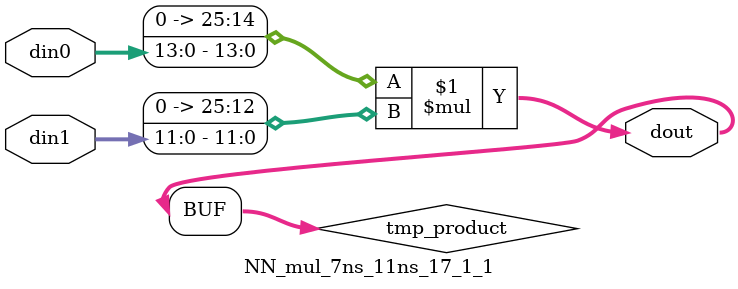
<source format=v>

`timescale 1 ns / 1 ps

 module NN_mul_7ns_11ns_17_1_1(din0, din1, dout);
parameter ID = 1;
parameter NUM_STAGE = 0;
parameter din0_WIDTH = 14;
parameter din1_WIDTH = 12;
parameter dout_WIDTH = 26;

input [din0_WIDTH - 1 : 0] din0; 
input [din1_WIDTH - 1 : 0] din1; 
output [dout_WIDTH - 1 : 0] dout;

wire signed [dout_WIDTH - 1 : 0] tmp_product;
























assign tmp_product = $signed({1'b0, din0}) * $signed({1'b0, din1});











assign dout = tmp_product;





















endmodule

</source>
